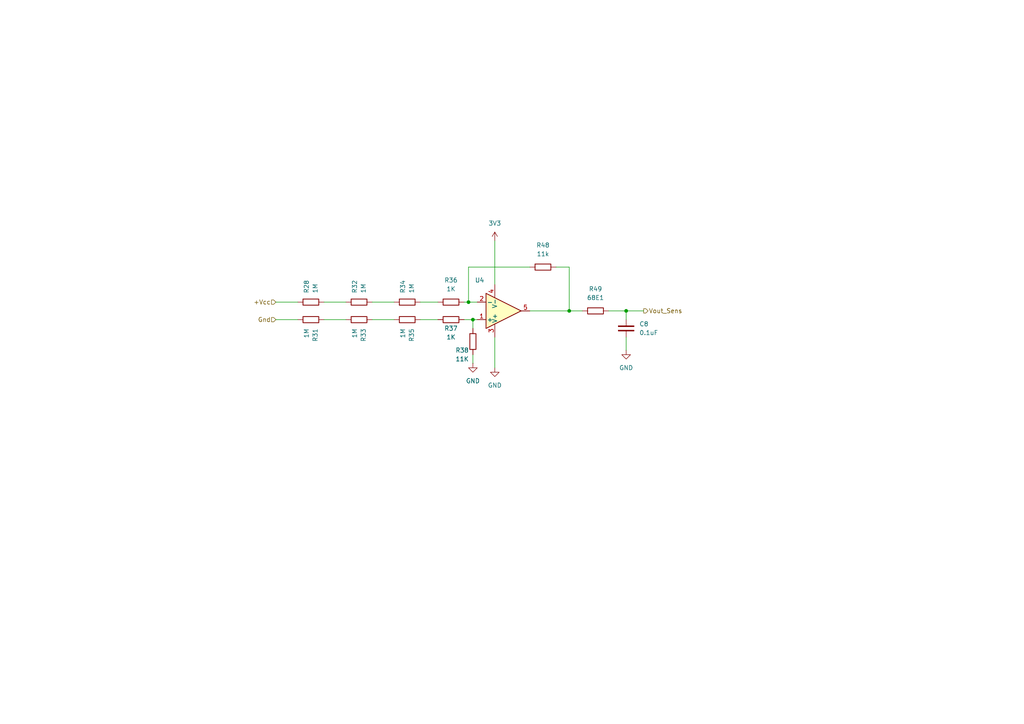
<source format=kicad_sch>
(kicad_sch (version 20231120) (generator "eeschema") (generator_version "8.0")
  (paper "A4")
  (lib_symbols
    (symbol "PCM_SL_Devices:Capacitor_NP"
      (property "Reference" "C" (at 0 6.35 0))
      (property "Value" "Capacitor_NP" (at 0 3.81 0))
      (symbol "Capacitor_NP_0_1"
        (rectangle (start -0.762 2.286) (end -0.508 -2.286) (fill (type outline)))
        (rectangle (start 0.508 2.286) (end 0.762 -2.286) (fill (type outline)))
      )
      (symbol "Capacitor_NP_1_1"
        (pin passive line (at -2.54 0 0) (length 2) (name "~") (number "1"))
        (pin input line (at 2.54 0 180) (length 2) (name "~") (number "2"))
      )
    )
    (symbol "PCM_SL_Resistors:Resistor"
      (property "Reference" "R" (at 0 5.08 0))
      (property "Value" "Resistor" (at 0 2.54 0))
      (symbol "Resistor_0_1"
        (rectangle (start -2.286 0.889) (end 2.286 -0.889) (stroke (width 0.24)))
      )
      (symbol "Resistor_1_1"
        (pin passive line (at -3.81 0 0) (length 1.5) (name "") (number "1"))
        (pin passive line (at 3.81 0 180) (length 1.5) (name "~") (number "2"))
      )
    )
    (symbol "Simulation_SPICE:OPAMP" (pin_names (offset 0.254))
      (property "Reference" "U" (at 3.81 3.175 0))
      (property "Value" "${SIM.PARAMS}" (at 3.81 -3.175 0))
      (symbol "OPAMP_0_1"
        (polyline (pts (xy 5.08 0) (xy -5.08 5.08) (xy -5.08 -5.08) (xy 5.08 0)) (stroke (width 0.254)) (fill (type background)))
      )
      (symbol "OPAMP_1_1"
        (pin input line (at -7.62 2.54 0) (length 2.54) (name "+") (number "1"))
        (pin input line (at -7.62 -2.54 0) (length 2.54) (name "-") (number "2"))
        (pin power_in line (at -2.54 7.62 270) (length 3.81) (name "V+") (number "3"))
        (pin power_in line (at -2.54 -7.62 90) (length 3.81) (name "V-") (number "4"))
        (pin output line (at 7.62 0 180) (length 2.54) (name "~") (number "5"))
      )
    )
    (symbol "power:GND" (power) (pin_numbers hide) (pin_names (offset 0) hide)
      (property "Value" "GND" (at 0 -3.81 0))
      (symbol "GND_0_1"
        (polyline (pts (xy 0 0) (xy 0 -1.27) (xy 1.27 -1.27) (xy 0 -2.54) (xy -1.27 -1.27) (xy 0 -1.27)))
      )
      (symbol "GND_1_1"
        (pin power_in line (at 0 0 270) (length 0) (name "~") (number "1"))
      )
    )
    (symbol "power:VCC" (power) (pin_numbers hide) (pin_names (offset 0) hide)
      (property "Value" "VCC" (at 0 3.556 0))
      (symbol "VCC_0_1"
        (polyline (pts (xy -0.762 1.27) (xy 0 2.54)))
        (polyline (pts (xy 0 0) (xy 0 2.54)))
        (polyline (pts (xy 0 2.54) (xy 0.762 1.27)))
      )
      (symbol "VCC_1_1"
        (pin power_in line (at 0 0 90) (length 0) (name "~") (number "1"))
      )
    )
  )
  (junction (at 137.16 92.71))
  (junction (at 135.89 87.63))
  (junction (at 165.1 90.17))
  (junction (at 181.61 90.17))
  (wire (pts (xy 138.43 92.71) (xy 137.16 92.71)))
  (wire (pts (xy 153.67 77.47) (xy 135.89 77.47)))
  (wire (pts (xy 161.29 77.47) (xy 165.1 77.47)))
  (wire (pts (xy 143.51 97.79) (xy 143.51 106.68)))
  (wire (pts (xy 153.67 90.17) (xy 165.1 90.17)))
  (wire (pts (xy 107.95 87.63) (xy 114.3 87.63)))
  (wire (pts (xy 93.98 87.63) (xy 100.33 87.63)))
  (wire (pts (xy 181.61 90.17) (xy 186.69 90.17)))
  (wire (pts (xy 176.53 90.17) (xy 181.61 90.17)))
  (wire (pts (xy 121.92 87.63) (xy 127 87.63)))
  (wire (pts (xy 107.95 92.71) (xy 114.3 92.71)))
  (wire (pts (xy 134.62 92.71) (xy 137.16 92.71)))
  (wire (pts (xy 181.61 90.17) (xy 181.61 92.71)))
  (wire (pts (xy 143.51 69.85) (xy 143.51 82.55)))
  (wire (pts (xy 134.62 87.63) (xy 135.89 87.63)))
  (wire (pts (xy 80.01 92.71) (xy 86.36 92.71)))
  (wire (pts (xy 165.1 90.17) (xy 168.91 90.17)))
  (wire (pts (xy 135.89 77.47) (xy 135.89 87.63)))
  (wire (pts (xy 137.16 92.71) (xy 137.16 95.25)))
  (wire (pts (xy 181.61 97.79) (xy 181.61 101.6)))
  (wire (pts (xy 165.1 77.47) (xy 165.1 90.17)))
  (wire (pts (xy 137.16 102.87) (xy 137.16 105.41)))
  (wire (pts (xy 80.01 87.63) (xy 86.36 87.63)))
  (wire (pts (xy 121.92 92.71) (xy 127 92.71)))
  (wire (pts (xy 138.43 87.63) (xy 135.89 87.63)))
  (wire (pts (xy 100.33 92.71) (xy 93.98 92.71)))
  (hierarchical_label "Vout_Sens" (shape output) (at 186.69 90.17 0))
  (hierarchical_label "+Vcc" (shape input) (at 80.01 87.63 180))
  (hierarchical_label "Gnd" (shape input) (at 80.01 92.71 180))
  (symbol (lib_id "PCM_SL_Devices:Capacitor_NP") (at 181.61 95.25 90) (unit 1)
    (property "Reference" "C8" (at 185.42 93.9799 90) (effects (justify right)))
    (property "Value" "0.1uF" (at 185.42 96.5199 90) (effects (justify right)))
    (property "Footprint" "Capacitor_THT:C_Disc_D3.0mm_W2.0mm_P2.50mm" (effects (hide yes)))
    (property "Description" "Unpolarized Capacitor" (effects (hide yes)))
  )
  (symbol (lib_id "PCM_SL_Resistors:Resistor") (at 118.11 92.71 0) (unit 1)
    (property "Reference" "R35" (at 119.3801 95.25 90) (effects (justify right)))
    (property "Value" "1M" (at 116.8401 95.25 90) (effects (justify right)))
    (property "Footprint" "Resistor_SMD:R_0805_2012Metric_Pad1.20x1.40mm_HandSolder" (effects (hide yes)))
    (property "Description" "1/4W Resistor" (effects (hide yes)))
  )
  (symbol (lib_id "PCM_SL_Resistors:Resistor") (at 90.17 92.71 0) (unit 1)
    (property "Reference" "R31" (at 91.4401 95.25 90) (effects (justify right)))
    (property "Value" "1M" (at 88.9001 95.25 90) (effects (justify right)))
    (property "Footprint" "Resistor_SMD:R_0805_2012Metric_Pad1.20x1.40mm_HandSolder" (effects (hide yes)))
    (property "Description" "1/4W Resistor" (effects (hide yes)))
  )
  (symbol (lib_id "power:GND") (at 181.61 101.6 0) (unit 1)
    (property "Reference" "#PWR06" (effects (hide yes)))
    (property "Value" "GND" (at 181.61 106.68 0))
    (property "Description" "Power symbol creates a global label with name \"GND\" , ground" (effects (hide yes)))
  )
  (symbol (lib_id "PCM_SL_Resistors:Resistor") (at 130.81 87.63 180) (unit 1)
    (property "Reference" "R36" (at 130.81 81.28 0))
    (property "Value" "1K" (at 130.81 83.82 0))
    (property "Footprint" "Resistor_SMD:R_0805_2012Metric_Pad1.20x1.40mm_HandSolder" (effects (hide yes)))
    (property "Description" "1/4W Resistor" (effects (hide yes)))
  )
  (symbol (lib_id "PCM_SL_Resistors:Resistor") (at 104.14 92.71 0) (unit 1)
    (property "Reference" "R33" (at 105.4101 95.25 90) (effects (justify right)))
    (property "Value" "1M" (at 102.8701 95.25 90) (effects (justify right)))
    (property "Footprint" "Resistor_SMD:R_0805_2012Metric_Pad1.20x1.40mm_HandSolder" (effects (hide yes)))
    (property "Description" "1/4W Resistor" (effects (hide yes)))
  )
  (symbol (lib_id "PCM_SL_Resistors:Resistor") (at 118.11 87.63 180) (unit 1)
    (property "Reference" "R34" (at 116.8399 85.09 90) (effects (justify right)))
    (property "Value" "1M" (at 119.3799 85.09 90) (effects (justify right)))
    (property "Footprint" "Resistor_SMD:R_0805_2012Metric_Pad1.20x1.40mm_HandSolder" (effects (hide yes)))
    (property "Description" "1/4W Resistor" (effects (hide yes)))
  )
  (symbol (lib_id "power:GND") (at 137.16 105.41 0) (unit 1)
    (property "Reference" "#PWR05" (effects (hide yes)))
    (property "Value" "GND" (at 137.16 110.49 0))
    (property "Description" "Power symbol creates a global label with name \"GND\" , ground" (effects (hide yes)))
  )
  (symbol (lib_id "Simulation_SPICE:OPAMP") (at 146.05 90.17 0) (mirror x) (unit 1)
    (property "Reference" "U4" (at 140.4935 81.28 0) (effects (justify right)))
    (property "Value" "${SIM.PARAMS}" (at 140.4935 83.82 0) (effects (justify right)))
    (property "Footprint" "PCM_Package_DIP_AKL:DIP-8_W7.62mm" (effects (hide yes)))
    (property "Datasheet" "https://ngspice.sourceforge.io/docs/ngspice-html-manual/manual.xhtml#sec__SUBCKT_Subcircuits" (effects (hide yes)))
    (property "Description" "Operational amplifier, single, node sequence=1:+ 2:- 3:OUT 4:V+ 5:V-" (effects (hide yes)))
    (property "Sim.Pins" "1=in+ 2=in- 3=vcc 4=vee 5=out" (effects (hide yes)))
    (property "Sim.Device" "SUBCKT" (effects (hide yes)))
    (property "Sim.Library" "${KICAD7_SYMBOL_DIR}/Simulation_SPICE.sp" (effects (hide yes)))
    (property "Sim.Name" "kicad_builtin_opamp" (effects (hide yes)))
  )
  (symbol (lib_id "power:VCC") (at 143.51 69.85 0) (unit 1)
    (property "Reference" "#PWR011" (effects (hide yes)))
    (property "Value" "3V3" (at 143.51 64.77 0))
    (property "Description" "Power symbol creates a global label with name \"VCC\"" (effects (hide yes)))
  )
  (symbol (lib_id "power:GND") (at 143.51 106.68 0) (unit 1)
    (property "Reference" "#PWR08" (effects (hide yes)))
    (property "Value" "GND" (at 143.51 111.76 0))
    (property "Description" "Power symbol creates a global label with name \"GND\" , ground" (effects (hide yes)))
  )
  (symbol (lib_id "PCM_SL_Resistors:Resistor") (at 137.16 99.06 270) (unit 1)
    (property "Reference" "R38" (at 132.08 101.6 90) (effects (justify left)))
    (property "Value" "11K" (at 132.08 104.14 90) (effects (justify left)))
    (property "Footprint" "Resistor_SMD:R_0805_2012Metric_Pad1.20x1.40mm_HandSolder" (effects (hide yes)))
    (property "Description" "1/4W Resistor" (effects (hide yes)))
  )
  (symbol (lib_id "PCM_SL_Resistors:Resistor") (at 130.81 92.71 0) (unit 1)
    (property "Reference" "R37" (at 130.81 95.25 0))
    (property "Value" "1K" (at 130.81 97.79 0))
    (property "Footprint" "Resistor_SMD:R_0805_2012Metric_Pad1.20x1.40mm_HandSolder" (effects (hide yes)))
    (property "Description" "1/4W Resistor" (effects (hide yes)))
  )
  (symbol (lib_id "PCM_SL_Resistors:Resistor") (at 157.48 77.47 180) (unit 1)
    (property "Reference" "R48" (at 157.48 71.12 0))
    (property "Value" "11k" (at 157.48 73.66 0))
    (property "Footprint" "Resistor_SMD:R_0805_2012Metric_Pad1.20x1.40mm_HandSolder" (effects (hide yes)))
    (property "Description" "1/4W Resistor" (effects (hide yes)))
  )
  (symbol (lib_id "PCM_SL_Resistors:Resistor") (at 172.72 90.17 180) (unit 1)
    (property "Reference" "R49" (at 172.72 83.82 0))
    (property "Value" "68E1" (at 172.72 86.36 0))
    (property "Footprint" "Resistor_SMD:R_0805_2012Metric_Pad1.20x1.40mm_HandSolder" (effects (hide yes)))
    (property "Description" "1/4W Resistor" (effects (hide yes)))
  )
  (symbol (lib_id "PCM_SL_Resistors:Resistor") (at 104.14 87.63 180) (unit 1)
    (property "Reference" "R32" (at 102.8699 85.09 90) (effects (justify right)))
    (property "Value" "1M" (at 105.4099 85.09 90) (effects (justify right)))
    (property "Footprint" "Resistor_SMD:R_0805_2012Metric_Pad1.20x1.40mm_HandSolder" (effects (hide yes)))
    (property "Description" "1/4W Resistor" (effects (hide yes)))
  )
  (symbol (lib_id "PCM_SL_Resistors:Resistor") (at 90.17 87.63 180) (unit 1)
    (property "Reference" "R28" (at 88.8999 85.09 90) (effects (justify right)))
    (property "Value" "1M" (at 91.4399 85.09 90) (effects (justify right)))
    (property "Footprint" "Resistor_SMD:R_0805_2012Metric_Pad1.20x1.40mm_HandSolder" (effects (hide yes)))
    (property "Description" "1/4W Resistor" (effects (hide yes)))
  )
)
</source>
